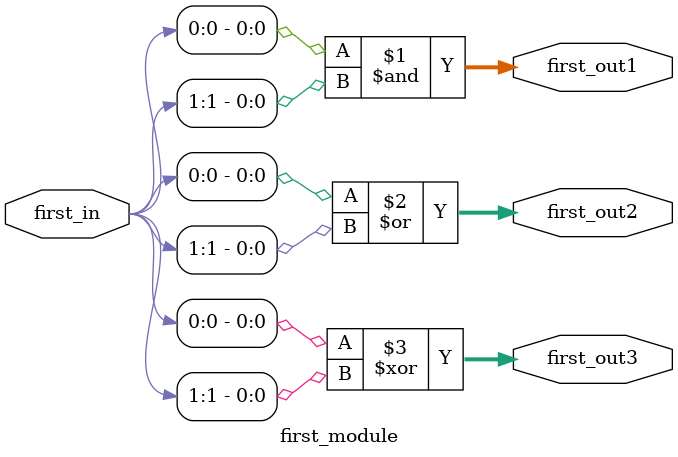
<source format=v>
module first_module(
    input   wire    [1:0]    first_in,
    output  wire    [2:0]    first_out1,
    output  wire    [2:0]    first_out2,
    output  wire    [2:0]    first_out3
);

assign first_out1= first_in[0] & first_in[1];
assign first_out2= first_in[0] | first_in[1];
assign first_out3= first_in[0] ^ first_in[1];

endmodule
</source>
